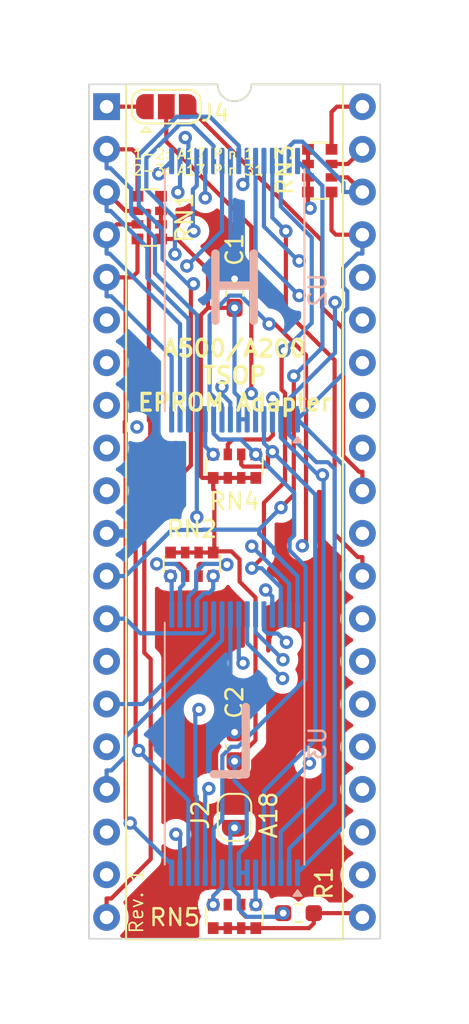
<source format=kicad_pcb>
(kicad_pcb (version 20240108) (generator "pcbnew") (generator_version "8.0")
  (layers (0 "F.Cu" signal) (1 "In1.Cu" signal) (2 "In2.Cu" signal) (31 "B.Cu" signal) (34 "B.Paste" user) (35 "F.Paste" user) (36 "B.SilkS" user "B.Silkscreen") (37 "F.SilkS" user "F.Silkscreen") (38 "B.Mask" user) (39 "F.Mask" user) (44 "Edge.Cuts" user))
  (net 0 "")
  (net 1 "GND")
  (net 2 "VCC")
  (net 3 "/A18")
  (net 5 "/A8")
  (net 6 "/A0")
  (net 7 "/A1")
  (net 8 "/A2")
  (net 9 "/A3")
  (net 10 "/A4")
  (net 11 "/A5")
  (net 12 "/A6")
  (net 13 "/A7")
  (net 14 "/A17")
  (net 15 "/A16")
  (net 16 "/A15")
  (net 17 "/A14")
  (net 18 "/A13")
  (net 19 "/A12")
  (net 20 "/A11")
  (net 21 "/A10")
  (net 22 "/A9")
  (net 23 "/D3-H")
  (net 24 "/D3-L")
  (net 25 "/D2-H")
  (net 26 "/D2-L")
  (net 27 "/D1-H")
  (net 28 "/D1-L")
  (net 29 "/D0-H")
  (net 30 "/D0-L")
  (net 31 "/~{OE}")
  (net 32 "/~{CE}")
  (net 33 "/D7-H")
  (net 34 "/D7-L")
  (net 35 "/D6-H")
  (net 36 "/D6-L")
  (net 37 "/D5-H")
  (net 38 "/D5-L")
  (net 39 "/D4-H")
  (net 40 "/D4-L")
  (net 41 "/SOCK_P31")
  (net 42 "/SOCK_P1")
  (footprint "Capacitor_SMD:C_0603_1608Metric_Pad1.08x0.95mm_HandSolder" (layer "F.Cu") (at 118.115 86.042 90)
    (property "Reference" "C1")
    (property "Value" "100nF")
  )
  (footprint "Jumper:SolderJumper-2_P1.3mm_Open_RoundedPad1.0x1.5mm" (layer "F.Cu") (at 118.11 117.236 90)
    (property "Reference" "J2")
    (property "Value" "A18 Selector")
  )
  (footprint "Package_DIP:DIP-40_W15.24mm" (layer "F.Cu") (at 110.49 74.93)
    (property "Reference" "U1" (hide yes))
    (property "Value" "27C400-A500")
  )
  (footprint "Capacitor_SMD:C_0603_1608Metric_Pad1.08x0.95mm_HandSolder" (layer "F.Cu") (at 118.115 113.0335 90)
    (property "Reference" "C2")
    (property "Value" "100nF")
  )
  (footprint "Jumper:SolderJumper-3_P1.3mm_Open_RoundedPad1.0x1.5mm" (layer "F.Cu") (at 114.046 74.93)
    (property "Reference" "J4")
    (property "Value" "A17 Selector")
  )
  (footprint "Resistor_SMD:R_Array_Convex_4x0612" (layer "F.Cu") (at 118.11 123.128 90)
    (property "Reference" "RN5")
    (property "Value" "4.7K")
  )
  (footprint "Resistor_SMD:R_0603_1608Metric_Pad0.98x0.95mm_HandSolder" (layer "F.Cu") (at 121.92 122.936)
    (property "Reference" "R1")
    (property "Value" "4.7K")
  )
  (footprint "Resistor_SMD:R_Array_Convex_4x0612" (layer "F.Cu") (at 115.57 102.17 -90)
    (property "Reference" "RN2")
    (property "Value" "4.7K")
  )
  (footprint "Resistor_SMD:R_Array_Convex_4x0612" (layer "F.Cu") (at 123.19 78.74 180)
    (property "Reference" "RN3")
    (property "Value" "4.7K")
  )
  (footprint "Resistor_SMD:R_Array_Convex_4x0612" (layer "F.Cu") (at 118.11 96.328 -90)
    (property "Reference" "RN4")
    (property "Value" "4.7K")
  )
  (footprint "Resistor_SMD:R_Array_Convex_4x0612" (layer "F.Cu") (at 113.03 81.534 180)
    (property "Reference" "RN1")
    (property "Value" "4.7K")
  )
  (footprint "Package_SO:TSOP-I-32_14.4x8mm_P0.5mm" (layer "B.Cu") (at 118.115 85.852 90)
    (property "Reference" "U2")
    (property "Value" "SST39SF040_TSOP")
  )
  (footprint "Package_SO:TSOP-I-32_14.4x8mm_P0.5mm" (layer "B.Cu") (at 118.115 112.8435 90)
    (property "Reference" "U3")
    (property "Value" "SST39SF040_TSOP")
  )
  (gr_line (start 126.79 73.6) (end 126.79 124.46) (stroke (width 0.1)) (layer "Edge.Cuts"))
  (gr_line (start 119.121 73.6) (end 126.79 73.6) (stroke (width 0.1)) (layer "Edge.Cuts"))
  (gr_line (start 126.79 124.46) (end 109.44 124.46) (stroke (width 0.1)) (layer "Edge.Cuts"))
  (gr_arc (start 119.121 73.6) (mid 118.11 74.611) (end 117.099 73.6) (stroke (width 0.1)) (layer "Edge.Cuts"))
  (gr_line (start 109.44 73.6) (end 117.099 73.6) (stroke (width 0.1)) (layer "Edge.Cuts"))
  (gr_line (start 109.44 124.46) (end 109.44 73.6) (stroke (width 0.1)) (layer "Edge.Cuts"))
  (gr_text "H" (at 118.115 85.852 -0) (layer "B.SilkS") (effects (font (size 4 4) (thickness 0.5)) (justify mirror)))
  (gr_text "L" (at 118.115 112.8435 -0) (layer "B.SilkS") (effects (font (size 4 4) (thickness 0.5)) (justify mirror)))
  (gr_text "A500/A200\nTSOP\nEPROM Adapter" (at 118.11 90.932 0) (layer "F.SilkS") (effects (font (size 1 1) (thickness 0.2) (bold yes))))
  (gr_text "A18" (at 120.142 117.094 90) (layer "F.SilkS") (effects (font (size 1 1))))
  (gr_text "1-2: A17 Pin 1\n2-3: A17 Pin 31" (at 112.014 78.232 0) (layer "F.SilkS") (effects (font (size 0.6 0.6) (thickness 0.1)) (justify left)))
  (gr_text "Rev. 1" (at 112.268 124.206 90) (layer "F.SilkS") (effects (font (size 0.8 0.8) (thickness 0.1)) (justify left)))
  (segment (start 118.115 112.171) (end 115.921 112.171) (width 0.25) (layer "F.Cu") (net 1))
  (segment (start 115.57 116.332) (end 115.57 112.522) (width 0.25) (layer "F.Cu") (net 1))
  (segment (start 118.11 116.586) (end 115.824 116.586) (width 0.25) (layer "F.Cu") (net 1))
  (segment (start 115.824 116.586) (end 115.57 116.332) (width 0.25) (layer "F.Cu") (net 1))
  (segment (start 115.921 112.171) (end 115.57 112.522) (width 0.25) (layer "F.Cu") (net 1))
  (via (at 118.115 112.171) (size 0.8) (drill 0.4) (layers "F.Cu" "B.Cu") (net 1))
  (via (at 118.115 85.1795) (size 0.8) (drill 0.4) (layers "F.Cu" "B.Cu") (net 1))
  (segment (start 117.865 84.9295) (end 118.115 85.1795) (width 0.25) (layer "B.Cu") (net 1))
  (segment (start 117.865 78.1645) (end 117.865 84.9295) (width 0.25) (layer "B.Cu") (net 1))
  (segment (start 117.865 111.921) (end 118.115 112.171) (width 0.25) (layer "B.Cu") (net 1))
  (segment (start 117.865 105.156) (end 117.865 111.921) (width 0.25) (layer "B.Cu") (net 1))
  (segment (start 118.7509 97.028) (end 118.51 97.028) (width 0.25) (layer "F.Cu") (net 2))
  (segment (start 119.3618 104.1504) (end 119.3618 112.6492) (width 0.25) (layer "F.Cu") (net 2))
  (segment (start 116.9097 97.7744) (end 116.84 97.7047) (width 0.25) (layer "F.Cu") (net 2))
  (segment (start 117.9312 101.4003) (end 118.4134 101.8825) (width 0.25) (layer "F.Cu") (net 2))
  (segment (start 118.4134 101.8825) (end 118.4134 103.202) (width 0.25) (layer "F.Cu") (net 2))
  (segment (start 122.552 123.828) (end 122.832 123.548) (width 0.25) (layer "F.Cu") (net 2))
  (segment (start 113.73 81.134) (end 113.73 80.264) (width 0.25) (layer "F.Cu") (net 2))
  (segment (start 115.17 101.47) (end 115.97 101.47) (width 0.25) (layer "F.Cu") (net 2))
  (segment (start 116.84 97.028) (end 117.1333 97.028) (width 0.25) (layer "F.Cu") (net 2))
  (segment (start 118.51 97.028) (end 117.71 97.028) (width 0.25) (layer "F.Cu") (net 2))
  (segment (start 122.8325 122.936) (end 125.476 122.936) (width 0.25) (layer "F.Cu") (net 2))
  (segment (start 114.6903 82.804) (end 114.4067 82.804) (width 0.25) (layer "F.Cu") (net 2))
  (segment (start 116.84 123.828) (end 117.71 123.828) (width 0.25) (layer "F.Cu") (net 2))
  (segment (start 116.5325 86.9045) (end 116.1064 87.3306) (width 0.25) (layer "F.Cu") (net 2))
  (segment (start 116.1064 96.9411) (end 116.1933 97.028) (width 0.25) (layer "F.Cu") (net 2))
  (segment (start 122.49 79.14) (end 122.49 80.01) (width 0.25) (layer "F.Cu") (net 2))
  (segment (start 116.5325 86.9045) (end 116.5325 84.6462) (width 0.25) (layer "F.Cu") (net 2))
  (segment (start 113.73 81.934) (end 113.73 82.5107) (width 0.25) (layer "F.Cu") (net 2))
  (segment (start 116.9097 101.4003) (end 117.9312 101.4003) (width 0.25) (layer "F.Cu") (net 2))
  (segment (start 116.84 97.028) (end 116.84 97.7047) (width 0.25) (layer "F.Cu") (net 2))
  (segment (start 119.38 123.828) (end 122.552 123.828) (width 0.25) (layer "F.Cu") (net 2))
  (segment (start 122.832 123.548) (end 122.832 122.936) (width 0.25) (layer "F.Cu") (net 2))
  (segment (start 113.73 82.804) (end 114.0684 82.804) (width 0.25) (layer "F.Cu") (net 2))
  (segment (start 122.6134 80.7801) (end 122.6134 80.9728) (width 0.25) (layer "F.Cu") (net 2))
  (segment (start 114.0684 82.804) (end 114.4067 82.804) (width 0.25) (layer "F.Cu") (net 2))
  (segment (start 115.97 101.47) (end 116.84 101.47) (width 0.25) (layer "F.Cu") (net 2))
  (segment (start 113.73 81.934) (end 113.73 81.134) (width 0.25) (layer "F.Cu") (net 2))
  (segment (start 114.3 101.47) (end 115.17 101.47) (width 0.25) (layer "F.Cu") (net 2))
  (segment (start 119.38 97.028) (end 119.0867 97.028) (width 0.25) (layer "F.Cu") (net 2))
  (segment (start 116.9097 101.4003) (end 116.9097 97.7744) (width 0.25) (layer "F.Cu") (net 2))
  (segment (start 117.71 123.828) (end 118.51 123.828) (width 0.25) (layer "F.Cu") (net 2))
  (segment (start 122.832 122.936) (end 122.8325 122.936) (width 0.25) (layer "F.Cu") (net 2))
  (segment (start 114.0684 82.804) (end 113.7751 82.5107) (width 0.25) (layer "F.Cu") (net 2))
  (segment (start 116.1064 87.3306) (end 116.1064 96.9411) (width 0.25) (layer "F.Cu") (net 2))
  (segment (start 117.71 97.028) (end 117.1333 97.028) (width 0.25) (layer "F.Cu") (net 2))
  (segment (start 122.49 77.47) (end 122.49 78.34) (width 0.25) (layer "F.Cu") (net 2))
  (segment (start 113.7751 82.5107) (end 113.73 82.5107) (width 0.25) (layer "F.Cu") (net 2))
  (segment (start 116.5325 84.6462) (end 114.6903 82.804) (width 0.25) (layer "F.Cu") (net 2))
  (segment (start 118.4134 103.202) (end 119.3618 104.1504) (width 0.25) (layer "F.Cu") (net 2))
  (segment (start 119.3618 112.6492) (end 118.115 113.896) (width 0.25) (layer "F.Cu") (net 2))
  (segment (start 122.49 78.34) (end 122.49 79.14) (width 0.25) (layer "F.Cu") (net 2))
  (segment (start 118.51 123.828) (end 119.38 123.828) (width 0.25) (layer "F.Cu") (net 2))
  (segment (start 116.84 97.028) (end 116.1933 97.028) (width 0.25) (layer "F.Cu") (net 2))
  (segment (start 125.476 122.936) (end 125.73 123.19) (width 0.25) (layer "F.Cu") (net 2))
  (segment (start 118.115 86.9045) (end 116.5325 86.9045) (width 0.25) (layer "F.Cu") (net 2))
  (segment (start 122.49 80.6567) (end 122.6134 80.7801) (width 0.25) (layer "F.Cu") (net 2))
  (segment (start 116.84 101.47) (end 116.9097 101.4003) (width 0.25) (layer "F.Cu") (net 2))
  (segment (start 122.49 80.01) (end 122.49 80.6567) (width 0.25) (layer "F.Cu") (net 2))
  (segment (start 118.7509 97.028) (end 119.0867 97.028) (width 0.25) (layer "F.Cu") (net 2))
  (via (at 118.115 86.9045) (size 0.8) (drill 0.4) (layers "F.Cu" "B.Cu") (net 2))
  (via (at 122.6134 80.9728) (size 0.8) (drill 0.4) (layers "F.Cu" "B.Cu") (net 2))
  (via (at 118.115 113.896) (size 0.8) (drill 0.4) (layers "F.Cu" "B.Cu") (net 2))
  (segment (start 118.365 92.203) (end 118.11 91.948) (width 0.25) (layer "B.Cu") (net 2))
  (segment (start 118.365 93.5395) (end 118.365 92.203) (width 0.25) (layer "B.Cu") (net 2))
  (segment (start 118.365 119.381) (end 118.835 118.911) (width 0.25) (layer "B.Cu") (net 2))
  (segment (start 118.11 115.062) (end 118.115 115.057) (width 0.25) (layer "B.Cu") (net 2))
  (segment (start 118.115 115.057) (end 118.115 113.896) (width 0.25) (layer "B.Cu") (net 2))
  (segment (start 118.11 86.9095) (end 118.115 86.9045) (width 0.25) (layer "B.Cu") (net 2))
  (segment (start 118.11 91.948) (end 118.11 86.9095) (width 0.25) (layer "B.Cu") (net 2))
  (segment (start 118.835 118.911) (end 118.835 115.787) (width 0.25) (layer "B.Cu") (net 2))
  (segment (start 118.865 93.5395) (end 118.365 93.5395) (width 0.25) (layer "B.Cu") (net 2))
  (segment (start 118.865 120.531) (end 118.365 120.531) (width 0.25) (layer "B.Cu") (net 2))
  (segment (start 118.835 115.787) (end 118.11 115.062) (width 0.25) (layer "B.Cu") (net 2))
  (segment (start 118.365 120.531) (end 118.365 119.381) (width 0.25) (layer "B.Cu") (net 2))
  (segment (start 120.899 123.0445) (end 120.79 123.153) (width 0.25) (layer "F.Cu") (net 3))
  (segment (start 118.51 122.878) (end 118.51 122.428) (width 0.25) (layer "F.Cu") (net 3))
  (segment (start 120.79 123.153) (end 118.785 123.153) (width 0.25) (layer "F.Cu") (net 3))
  (segment (start 120.899 123.0445) (end 121.0075 122.936) (width 0.25) (layer "F.Cu") (net 3))
  (segment (start 118.11 117.886) (end 118.11 117.856) (width 0.25) (layer "F.Cu") (net 3))
  (segment (start 118.785 123.153) (end 118.51 122.878) (width 0.25) (layer "F.Cu") (net 3))
  (segment (start 121.008 122.936) (end 120.899 123.0445) (width 0.25) (layer "F.Cu") (net 3))
  (via (at 121.008 122.936) (size 0.8) (drill 0.4) (layers "F.Cu" "B.Cu") (net 3))
  (via (at 118.11 117.856) (size 0.8) (drill 0.4) (layers "F.Cu" "B.Cu") (net 3))
  (via (at 117.3615 91.6211) (size 0.8) (drill 0.4) (layers "F.Cu" "B.Cu") (net 3))
  (segment (start 117.865 92.5447) (end 117.3615 92.0412) (width 0.25) (layer "B.Cu") (net 3))
  (segment (start 120.79 123.153) (end 121.008 122.936) (width 0.25) (layer "B.Cu") (net 3))
  (segment (start 117.865 93.5395) (end 117.865 92.5447) (width 0.25) (layer "B.Cu") (net 3))
  (segment (start 117.865 121.386) (end 118.364 121.885) (width 0.25) (layer "B.Cu") (net 3))
  (segment (start 118.11 117.856) (end 117.865 118.101) (width 0.25) (layer "B.Cu") (net 3))
  (segment (start 117.865 120.531) (end 117.865 121.386) (width 0.25) (layer "B.Cu") (net 3))
  (segment (start 117.865 118.101) (end 117.865 120.531) (width 0.25) (layer "B.Cu") (net 3))
  (segment (start 118.364 122.682) (end 118.835 123.153) (width 0.25) (layer "B.Cu") (net 3))
  (segment (start 118.364 121.885) (end 118.364 122.682) (width 0.25) (layer "B.Cu") (net 3))
  (segment (start 118.835 123.153) (end 120.79 123.153) (width 0.25) (layer "B.Cu") (net 3))
  (segment (start 117.3615 92.0412) (end 117.3615 91.6211) (width 0.25) (layer "B.Cu") (net 3))
  (segment (start 123.89 77.47) (end 123.89 75.246) (width 0.25) (layer "F.Cu") (net 5))
  (segment (start 124.206 74.93) (end 125.73 74.93) (width 0.25) (layer "F.Cu") (net 5))
  (segment (start 123.89 75.246) (end 124.206 74.93) (width 0.25) (layer "F.Cu") (net 5))
  (via (at 123.3479 96.8471) (size 0.8) (drill 0.4) (layers "F.Cu" "B.Cu") (net 5))
  (segment (start 123.4164 96.9156) (end 123.4164 115.5546) (width 0.25) (layer "B.Cu") (net 5))
  (segment (start 120.865 93.5395) (end 120.865 94.628) (width 0.25) (layer "B.Cu") (net 5))
  (segment (start 123.4164 115.5546) (end 120.865 118.106) (width 0.25) (layer "B.Cu") (net 5))
  (segment (start 123.3479 96.8471) (end 123.4164 96.9156) (width 0.25) (layer "B.Cu") (net 5))
  (segment (start 120.865 94.628) (end 123.0841 96.8471) (width 0.25) (layer "B.Cu") (net 5))
  (segment (start 123.0841 96.8471) (end 123.3479 96.8471) (width 0.25) (layer "B.Cu") (net 5))
  (segment (start 120.865 118.106) (end 120.865 120.531) (width 0.25) (layer "B.Cu") (net 5))
  (via (at 116.84 102.87) (size 0.8) (drill 0.4) (layers "F.Cu" "B.Cu") (net 6))
  (via (at 115.6939 82.3366) (size 0.8) (drill 0.4) (layers "F.Cu" "B.Cu") (net 6))
  (segment (start 115.865 105.156) (end 115.865 104.301) (width 0.25) (layer "B.Cu") (net 6))
  (segment (start 115.865 78.1645) (end 115.865 79.6278) (width 0.25) (layer "B.Cu") (net 6))
  (segment (start 115.865 104.301) (end 116.28 103.886) (width 0.25) (layer "B.Cu") (net 6))
  (segment (start 115.6287 82.2714) (end 115.6939 82.3366) (width 0.25) (layer "B.Cu") (net 6))
  (segment (start 116.586 103.886) (end 116.84 103.632) (width 0.25) (layer "B.Cu") (net 6))
  (segment (start 115.6287 79.8641) (end 115.6287 82.2714) (width 0.25) (layer "B.Cu") (net 6))
  (segment (start 116.84 103.632) (end 116.84 102.87) (width 0.25) (layer "B.Cu") (net 6))
  (segment (start 115.865 79.6278) (end 115.6287 79.8641) (width 0.25) (layer "B.Cu") (net 6))
  (segment (start 116.28 103.886) (end 116.586 103.886) (width 0.25) (layer "B.Cu") (net 6))
  (segment (start 116.041 102.145) (end 115.97 102.216) (width 0.25) (layer "F.Cu") (net 7))
  (segment (start 117.659 102.187) (end 117.617 102.145) (width 0.25) (layer "F.Cu") (net 7))
  (segment (start 115.97 102.216) (end 115.97 102.87) (width 0.25) (layer "F.Cu") (net 7))
  (segment (start 117.617 102.145) (end 116.041 102.145) (width 0.25) (layer "F.Cu") (net 7))
  (via (at 117.659 102.187) (size 0.8) (drill 0.4) (layers "F.Cu" "B.Cu") (net 7))
  (via (at 115.1757 76.7673) (size 0.8) (drill 0.4) (layers "F.Cu" "B.Cu") (net 7))
  (segment (start 115.365 78.1645) (end 115.365 76.9566) (width 0.25) (layer "B.Cu") (net 7))
  (segment (start 117.617 102.145) (end 117.659 102.187) (width 0.25) (layer "B.Cu") (net 7))
  (segment (start 115.365 104.091) (end 115.824 103.632) (width 0.25) (layer "B.Cu") (net 7))
  (segment (start 116.295 102.145) (end 117.617 102.145) (width 0.25) (layer "B.Cu") (net 7))
  (segment (start 115.365 105.156) (end 115.365 104.091) (width 0.25) (layer "B.Cu") (net 7))
  (segment (start 115.824 103.632) (end 115.824 102.616) (width 0.25) (layer "B.Cu") (net 7))
  (segment (start 115.824 102.616) (end 116.295 102.145) (width 0.25) (layer "B.Cu") (net 7))
  (segment (start 115.365 76.9566) (end 115.1757 76.7673) (width 0.25) (layer "B.Cu") (net 7))
  (segment (start 113.477 102.148) (end 113.48 102.145) (width 0.25) (layer "F.Cu") (net 8))
  (segment (start 115.17 102.47) (end 115.17 102.87) (width 0.25) (layer "F.Cu") (net 8))
  (segment (start 114.845 102.145) (end 115.17 102.47) (width 0.25) (layer "F.Cu") (net 8))
  (segment (start 113.48 102.145) (end 114.845 102.145) (width 0.25) (layer "F.Cu") (net 8))
  (via (at 113.477 102.148) (size 0.8) (drill 0.4) (layers "F.Cu" "B.Cu") (net 8))
  (via (at 114.7368 80.0278) (size 0.8) (drill 0.4) (layers "F.Cu" "B.Cu") (net 8))
  (segment (start 114.865 105.156) (end 114.865 103.575) (width 0.25) (layer "B.Cu") (net 8))
  (segment (start 115.062 102.607) (end 114.6 102.145) (width 0.25) (layer "B.Cu") (net 8))
  (segment (start 115.062 103.378) (end 115.062 102.607) (width 0.25) (layer "B.Cu") (net 8))
  (segment (start 113.48 102.145) (end 113.477 102.148) (width 0.25) (layer "B.Cu") (net 8))
  (segment (start 114.865 78.1645) (end 114.865 79.8996) (width 0.25) (layer "B.Cu") (net 8))
  (segment (start 114.865 103.575) (end 115.062 103.378) (width 0.25) (layer "B.Cu") (net 8))
  (segment (start 114.865 79.8996) (end 114.7368 80.0278) (width 0.25) (layer "B.Cu") (net 8))
  (segment (start 114.6 102.145) (end 113.48 102.145) (width 0.25) (layer "B.Cu") (net 8))
  (via (at 113.5995 78.93) (size 0.8) (drill 0.4) (layers "F.Cu" "B.Cu") (net 9))
  (via (at 114.3 102.87) (size 0.8) (drill 0.4) (layers "F.Cu" "B.Cu") (net 9))
  (segment (start 114.365 105.156) (end 114.365 102.935) (width 0.25) (layer "B.Cu") (net 9))
  (segment (start 113.5995 78.93) (end 114.365 78.1645) (width 0.25) (layer "B.Cu") (net 9))
  (segment (start 114.365 102.935) (end 114.3 102.87) (width 0.25) (layer "B.Cu") (net 9))
  (segment (start 112.014 85.09) (end 111.6251 85.09) (width 0.25) (layer "F.Cu") (net 10))
  (segment (start 112.33 84.774) (end 112.014 85.09) (width 0.25) (layer "F.Cu") (net 10))
  (segment (start 111.6251 93.643) (end 111.5718 93.6963) (width 0.25) (layer "F.Cu") (net 10))
  (segment (start 111.5718 94.2981) (end 111.6251 94.3514) (width 0.25) (layer "F.Cu") (net 10))
  (segment (start 111.5718 93.6963) (end 111.5718 94.2981) (width 0.25) (layer "F.Cu") (net 10))
  (segment (start 111.6251 85.09) (end 111.6251 93.643) (width 0.25) (layer "F.Cu") (net 10))
  (segment (start 111.6251 94.3514) (end 111.6251 117.3013) (width 0.25) (layer "F.Cu") (net 10))
  (segment (start 112.33 82.804) (end 112.33 84.774) (width 0.25) (layer "F.Cu") (net 10))
  (segment (start 111.6251 85.09) (end 110.49 85.09) (width 0.25) (layer "F.Cu") (net 10))
  (segment (start 111.6251 117.3013) (end 111.8968 117.573) (width 0.25) (layer "F.Cu") (net 10))
  (via (at 111.8968 117.573) (size 0.8) (drill 0.4) (layers "F.Cu" "B.Cu") (net 10))
  (segment (start 110.49 85.09) (end 110.49 86.2167) (width 0.25) (layer "B.Cu") (net 10))
  (segment (start 114.365 89.81) (end 114.365 93.5395) (width 0.25) (layer "B.Cu") (net 10))
  (segment (start 110.7717 86.2167) (end 114.365 89.81) (width 0.25) (layer "B.Cu") (net 10))
  (segment (start 114.365 120.531) (end 114.365 120.0412) (width 0.25) (layer "B.Cu") (net 10))
  (segment (start 114.365 120.0412) (end 111.8968 117.573) (width 0.25) (layer "B.Cu") (net 10))
  (segment (start 110.49 86.2167) (end 110.7717 86.2167) (width 0.25) (layer "B.Cu") (net 10))
  (segment (start 112.33 81.934) (end 111.106 81.934) (width 0.25) (layer "F.Cu") (net 11))
  (segment (start 111.106 81.934) (end 110.49 82.55) (width 0.25) (layer "F.Cu") (net 11))
  (via (at 114.6187 118.2386) (size 0.8) (drill 0.4) (layers "F.Cu" "B.Cu") (net 11))
  (segment (start 110.49 82.55) (end 110.49 83.6767) (width 0.25) (layer "B.Cu") (net 11))
  (segment (start 114.865 120.531) (end 114.865 118.4849) (width 0.25) (layer "B.Cu") (net 11))
  (segment (start 110.6702 83.6767) (end 114.865 87.8715) (width 0.25) (layer "B.Cu") (net 11))
  (segment (start 114.865 87.8715) (end 114.865 93.5395) (width 0.25) (layer "B.Cu") (net 11))
  (segment (start 114.865 118.4849) (end 114.6187 118.2386) (width 0.25) (layer "B.Cu") (net 11))
  (segment (start 110.49 83.6767) (end 110.6702 83.6767) (width 0.25) (layer "B.Cu") (net 11))
  (segment (start 113.0889 93.6931) (end 113.0889 94.5769) (width 0.25) (layer "F.Cu") (net 12))
  (segment (start 112.33 81.134) (end 111.614 81.134) (width 0.25) (layer "F.Cu") (net 12))
  (segment (start 113.0067 93.6109) (end 113.0889 93.6931) (width 0.25) (layer "F.Cu") (net 12))
  (segment (start 113.0067 81.134) (end 113.0067 93.6109) (width 0.25) (layer "F.Cu") (net 12))
  (segment (start 113.0889 94.5769) (end 112.2198 95.446) (width 0.25) (layer "F.Cu") (net 12))
  (segment (start 112.33 81.134) (end 113.0067 81.134) (width 0.25) (layer "F.Cu") (net 12))
  (segment (start 112.2198 113.0795) (end 112.3916 113.2513) (width 0.25) (layer "F.Cu") (net 12))
  (segment (start 111.614 81.134) (end 110.49 80.01) (width 0.25) (layer "F.Cu") (net 12))
  (segment (start 112.2198 95.446) (end 112.2198 113.0795) (width 0.25) (layer "F.Cu") (net 12))
  (via (at 112.3916 113.2513) (size 0.8) (drill 0.4) (layers "F.Cu" "B.Cu") (net 12))
  (segment (start 112.9188 83.3255) (end 112.9188 85.1231) (width 0.25) (layer "B.Cu") (net 12))
  (segment (start 110.73 81.1367) (end 112.9188 83.3255) (width 0.25) (layer "B.Cu") (net 12))
  (segment (start 112.9188 85.1231) (end 115.365 87.5693) (width 0.25) (layer "B.Cu") (net 12))
  (segment (start 115.365 87.5693) (end 115.365 93.5395) (width 0.25) (layer "B.Cu") (net 12))
  (segment (start 110.49 81.1367) (end 110.73 81.1367) (width 0.25) (layer "B.Cu") (net 12))
  (segment (start 115.365 116.2247) (end 115.365 120.531) (width 0.25) (layer "B.Cu") (net 12))
  (segment (start 112.3916 113.2513) (end 115.365 116.2247) (width 0.25) (layer "B.Cu") (net 12))
  (segment (start 110.49 80.01) (end 110.49 81.1367) (width 0.25) (layer "B.Cu") (net 12))
  (segment (start 112.33 80.264) (end 112.33 77.786) (width 0.25) (layer "F.Cu") (net 13))
  (segment (start 112.014 77.47) (end 110.49 77.47) (width 0.25) (layer "F.Cu") (net 13))
  (segment (start 112.33 77.786) (end 112.014 77.47) (width 0.25) (layer "F.Cu") (net 13))
  (via (at 115.865 99.3567) (size 0.8) (drill 0.4) (layers "F.Cu" "B.Cu") (net 13))
  (via (at 115.992 110.813) (size 0.8) (drill 0.4) (layers "F.Cu" "B.Cu") (net 13))
  (segment (start 115.865 115.989) (end 115.865 120.531) (width 0.25) (layer "B.Cu") (net 13))
  (segment (start 115.7758 111.0292) (end 115.7758 115.8998) (width 0.25) (layer "B.Cu") (net 13))
  (segment (start 113.3705 84.8232) (end 115.865 87.3177) (width 0.25) (layer "B.Cu") (net 13))
  (segment (start 115.865 87.3177) (end 115.865 93.5395) (width 0.25) (layer "B.Cu") (net 13))
  (segment (start 110.49 77.47) (end 110.49 78.5967) (width 0.25) (layer "B.Cu") (net 13))
  (segment (start 111.955 79.8254) (end 111.955 81.3135) (width 0.25) (layer "B.Cu") (net 13))
  (segment (start 113.3705 82.729) (end 113.3705 84.8232) (width 0.25) (layer "B.Cu") (net 13))
  (segment (start 115.992 110.813) (end 115.7758 111.0292) (width 0.25) (layer "B.Cu") (net 13))
  (segment (start 111.955 81.3135) (end 113.3705 82.729) (width 0.25) (layer "B.Cu") (net 13))
  (segment (start 110.7263 78.5967) (end 111.955 79.8254) (width 0.25) (layer "B.Cu") (net 13))
  (segment (start 110.49 78.5967) (end 110.7263 78.5967) (width 0.25) (layer "B.Cu") (net 13))
  (segment (start 115.7758 115.8998) (end 115.865 115.989) (width 0.25) (layer "B.Cu") (net 13))
  (segment (start 115.865 93.5395) (end 115.865 99.3567) (width 0.25) (layer "B.Cu") (net 13))
  (segment (start 114.046 74.93) (end 114.046 76.0067) (width 0.25) (layer "F.Cu") (net 14))
  (segment (start 119.111 92.0035) (end 119.111 82.0734) (width 0.25) (layer "F.Cu") (net 14))
  (segment (start 114.046 77.0084) (end 114.046 76.0067) (width 0.25) (layer "F.Cu") (net 14))
  (segment (start 119.111 82.0734) (end 114.046 77.0084) (width 0.25) (layer "F.Cu") (net 14))
  (via (at 119.38 122.428) (size 0.8) (drill 0.4) (layers "F.Cu" "B.Cu") (net 14))
  (via (at 119.111 92.0035) (size 0.8) (drill 0.4) (layers "F.Cu" "B.Cu") (net 14))
  (segment (start 119.365 122.413) (end 119.38 122.428) (width 0.25) (layer "B.Cu") (net 14))
  (segment (start 119.365 92.2575) (end 119.111 92.0035) (width 0.25) (layer "B.Cu") (net 14))
  (segment (start 119.365 93.5395) (end 119.365 92.2575) (width 0.25) (layer "B.Cu") (net 14))
  (segment (start 119.365 120.531) (end 119.365 122.413) (width 0.25) (layer "B.Cu") (net 14))
  (segment (start 120.1713 87.8635) (end 120.5179 87.8635) (width 0.25) (layer "F.Cu") (net 15))
  (segment (start 122.368 89.7136) (end 122.368 100.8531) (width 0.25) (layer "F.Cu") (net 15))
  (segment (start 120.5179 87.8635) (end 122.368 89.7136) (width 0.25) (layer "F.Cu") (net 15))
  (segment (start 122.368 100.8531) (end 122.1516 101.0695) (width 0.25) (layer "F.Cu") (net 15))
  (via (at 116.84 122.428) (size 0.8) (drill 0.4) (layers "F.Cu" "B.Cu") (net 15))
  (via (at 120.1713 87.8635) (size 0.8) (drill 0.4) (layers "F.Cu" "B.Cu") (net 15))
  (via (at 122.1516 101.0695) (size 0.8) (drill 0.4) (layers "F.Cu" "B.Cu") (net 15))
  (segment (start 116.84 121.92) (end 116.84 122.428) (width 0.25) (layer "B.Cu") (net 15))
  (segment (start 117.365 120.531) (end 117.365 121.386) (width 0.25) (layer "B.Cu") (net 15))
  (segment (start 120.1713 87.8635) (end 118.4851 86.1773) (width 0.25) (layer "B.Cu") (net 15))
  (segment (start 117.8111 86.1773) (end 116.6281 87.3603) (width 0.25) (layer "B.Cu") (net 15))
  (segment (start 117.342 93.5165) (end 117.365 93.5395) (width 0.25) (layer "B.Cu") (net 15))
  (segment (start 117.094 121.666) (end 116.84 121.92) (width 0.25) (layer "B.Cu") (net 15))
  (segment (start 116.6281 87.3603) (end 116.6281 91.9681) (width 0.25) (layer "B.Cu") (net 15))
  (segment (start 117.342 92.6605) (end 117.342 93.5165) (width 0.25) (layer "B.Cu") (net 15))
  (segment (start 116.6281 91.9681) (end 117.085 92.425) (width 0.25) (layer "B.Cu") (net 15))
  (segment (start 117.085 92.425) (end 117.1065 92.425) (width 0.25) (layer "B.Cu") (net 15))
  (segment (start 117.094 121.657) (end 117.094 121.666) (width 0.25) (layer "B.Cu") (net 15))
  (segment (start 118.4851 86.1773) (end 117.8111 86.1773) (width 0.25) (layer "B.Cu") (net 15))
  (segment (start 117.1065 92.425) (end 117.342 92.6605) (width 0.25) (layer "B.Cu") (net 15))
  (segment (start 117.365 121.386) (end 117.094 121.657) (width 0.25) (layer "B.Cu") (net 15))
  (via (at 119.38 95.628) (size 0.8) (drill 0.4) (layers "F.Cu" "B.Cu") (net 16))
  (segment (start 118.494 94.742) (end 119.38 95.628) (width 0.25) (layer "B.Cu") (net 16))
  (segment (start 116.865 117.8954) (end 116.865 120.531) (width 0.25) (layer "B.Cu") (net 16))
  (segment (start 121.3914 100.7194) (end 121.3914 101.3415) (width 0.25) (layer "B.Cu") (net 16))
  (segment (start 121.6652 100.4456) (end 121.3914 100.7194) (width 0.25) (layer "B.Cu") (net 16))
  (segment (start 119.38 95.628) (end 121.6652 97.9132) (width 0.25) (layer "B.Cu") (net 16))
  (segment (start 122.3422 109.0097) (end 118.3184 113.0335) (width 0.25) (layer "B.Cu") (net 16))
  (segment (start 117.9159 113.0335) (end 117.3848 113.5646) (width 0.25) (layer "B.Cu") (net 16))
  (segment (start 117.3848 117.3756) (end 116.865 117.8954) (width 0.25) (layer "B.Cu") (net 16))
  (segment (start 122.3422 102.2923) (end 122.3422 109.0097) (width 0.25) (layer "B.Cu") (net 16))
  (segment (start 116.865 94.3948) (end 117.212 94.742) (width 0.25) (layer "B.Cu") (net 16))
  (segment (start 117.3848 113.5646) (end 117.3848 117.3756) (width 0.25) (layer "B.Cu") (net 16))
  (segment (start 121.3914 101.3415) (end 122.3422 102.2923) (width 0.25) (layer "B.Cu") (net 16))
  (segment (start 121.6652 97.9132) (end 121.6652 100.4456) (width 0.25) (layer "B.Cu") (net 16))
  (segment (start 118.3184 113.0335) (end 117.9159 113.0335) (width 0.25) (layer "B.Cu") (net 16))
  (segment (start 117.212 94.742) (end 118.494 94.742) (width 0.25) (layer "B.Cu") (net 16))
  (segment (start 116.865 93.5395) (end 116.865 94.3948) (width 0.25) (layer "B.Cu") (net 16))
  (segment (start 120.367 95.4674) (end 120.105 95.7294) (width 0.25) (layer "F.Cu") (net 17))
  (segment (start 119.975 96.353) (end 118.635 96.353) (width 0.25) (layer "F.Cu") (net 17))
  (segment (start 120.105 96.223) (end 119.975 96.353) (width 0.25) (layer "F.Cu") (net 17))
  (segment (start 118.51 96.228) (end 118.51 95.628) (width 0.25) (layer "F.Cu") (net 17))
  (segment (start 120.105 95.7294) (end 120.105 96.223) (width 0.25) (layer "F.Cu") (net 17))
  (segment (start 118.635 96.353) (end 118.51 96.228) (width 0.25) (layer "F.Cu") (net 17))
  (via (at 120.367 95.4674) (size 0.8) (drill 0.4) (layers "F.Cu" "B.Cu") (net 17))
  (segment (start 119.865 93.5395) (end 119.865 94.9654) (width 0.25) (layer "B.Cu") (net 17))
  (segment (start 119.865 94.9654) (end 120.367 95.4674) (width 0.25) (layer "B.Cu") (net 17))
  (segment (start 119.865 115.6752) (end 119.865 120.531) (width 0.25) (layer "B.Cu") (net 17))
  (segment (start 122.9198 112.6204) (end 119.865 115.6752) (width 0.25) (layer "B.Cu") (net 17))
  (segment (start 120.367 95.4674) (end 122.9198 98.0202) (width 0.25) (layer "B.Cu") (net 17))
  (segment (start 122.9198 98.0202) (end 122.9198 112.6204) (width 0.25) (layer "B.Cu") (net 17))
  (segment (start 120.142 94.742) (end 120.396 94.488) (width 0.25) (layer "F.Cu") (net 18))
  (segment (start 117.71 95.028) (end 117.996 94.742) (width 0.25) (layer "F.Cu") (net 18))
  (segment (start 120.396 94.488) (end 120.396 92.2838) (width 0.25) (layer "F.Cu") (net 18))
  (segment (start 117.71 95.628) (end 117.71 95.028) (width 0.25) (layer "F.Cu") (net 18))
  (segment (start 117.996 94.742) (end 120.142 94.742) (width 0.25) (layer "F.Cu") (net 18))
  (segment (start 120.396 92.2838) (end 120.393 92.2807) (width 0.25) (layer "F.Cu") (net 18))
  (via (at 120.393 92.2807) (size 0.8) (drill 0.4) (layers "F.Cu" "B.Cu") (net 18))
  (via (at 122.5757 114.0098) (size 0.8) (drill 0.4) (layers "F.Cu" "B.Cu") (net 18))
  (segment (start 120.393 92.2807) (end 120.365 92.3085) (width 0.25) (layer "B.Cu") (net 18))
  (segment (start 120.365 92.3085) (end 120.365 93.5395) (width 0.25) (layer "B.Cu") (net 18))
  (segment (start 120.365 120.531) (end 120.365 116.2205) (width 0.25) (layer "B.Cu") (net 18))
  (segment (start 120.365 116.2205) (end 122.5757 114.0098) (width 0.25) (layer "B.Cu") (net 18))
  (via (at 116.84 95.628) (size 0.8) (drill 0.4) (layers "F.Cu" "B.Cu") (net 19))
  (via (at 116.5821 115.5188) (size 0.8) (drill 0.4) (layers "F.Cu" "B.Cu") (net 19))
  (segment (start 116.365 93.5395) (end 116.365 95.153) (width 0.25) (layer "B.Cu") (net 19))
  (segment (start 116.365 120.531) (end 116.365 115.7359) (width 0.25) (layer "B.Cu") (net 19))
  (segment (start 116.365 115.7359) (end 116.5821 115.5188) (width 0.25) (layer "B.Cu") (net 19))
  (segment (start 116.365 95.153) (end 116.84 95.628) (width 0.25) (layer "B.Cu") (net 19))
  (segment (start 123.89 82.296) (end 123.89 80.01) (width 0.25) (layer "F.Cu") (net 20))
  (segment (start 124.144 82.55) (end 123.89 82.296) (width 0.25) (layer "F.Cu") (net 20))
  (segment (start 125.73 82.55) (end 124.144 82.55) (width 0.25) (layer "F.Cu") (net 20))
  (segment (start 124.5867 87.1783) (end 124.8283 86.9367) (width 0.25) (layer "B.Cu") (net 20))
  (segment (start 124.5867 90.8178) (end 124.5867 87.1783) (width 0.25) (layer "B.Cu") (net 20))
  (segment (start 125.4483 83.6767) (end 125.73 83.6767) (width 0.25) (layer "B.Cu") (net 20))
  (segment (start 121.865 93.5395) (end 124.5867 90.8178) (width 0.25) (layer "B.Cu") (net 20))
  (segment (start 124.5867 84.5383) (end 125.4483 83.6767) (width 0.25) (layer "B.Cu") (net 20))
  (segment (start 121.865 120.531) (end 124.5897 117.8063) (width 0.25) (layer "B.Cu") (net 20))
  (segment (start 124.8283 86.9367) (end 124.8283 85.9204) (width 0.25) (layer "B.Cu") (net 20))
  (segment (start 124.5867 85.6788) (end 124.5867 84.5383) (width 0.25) (layer "B.Cu") (net 20))
  (segment (start 124.5897 96.2642) (end 121.865 93.5395) (width 0.25) (layer "B.Cu") (net 20))
  (segment (start 124.5897 117.8063) (end 124.5897 96.2642) (width 0.25) (layer "B.Cu") (net 20))
  (segment (start 124.8283 85.9204) (end 124.5867 85.6788) (width 0.25) (layer "B.Cu") (net 20))
  (segment (start 125.73 82.55) (end 125.73 83.6767) (width 0.25) (layer "B.Cu") (net 20))
  (segment (start 124.86 79.14) (end 125.73 80.01) (width 0.25) (layer "F.Cu") (net 21))
  (segment (start 123.89 79.14) (end 124.86 79.14) (width 0.25) (layer "F.Cu") (net 21))
  (via (at 119.1372 101.0938) (size 0.8) (drill 0.4) (layers "F.Cu" "B.Cu") (net 21))
  (segment (start 121.365 77.3063) (end 121.6611 77.0102) (width 0.25) (layer "B.Cu") (net 21))
  (segment (start 121.365 78.1645) (end 121.365 77.3063) (width 0.25) (layer "B.Cu") (net 21))
  (segment (start 122.1513 77.0102) (end 124.6033 79.4622) (width 0.25) (layer "B.Cu") (net 21))
  (segment (start 121.6611 77.0102) (end 122.1513 77.0102) (width 0.25) (layer "B.Cu") (net 21))
  (segment (start 121.365 103.3216) (end 119.1372 101.0938) (width 0.25) (layer "B.Cu") (net 21))
  (segment (start 124.6033 79.4622) (end 124.6033 80.01) (width 0.25) (layer "B.Cu") (net 21))
  (segment (start 121.365 105.156) (end 121.365 103.3216) (width 0.25) (layer "B.Cu") (net 21))
  (segment (start 125.73 80.01) (end 124.6033 80.01) (width 0.25) (layer "B.Cu") (net 21))
  (segment (start 124.86 78.34) (end 125.73 77.47) (width 0.25) (layer "F.Cu") (net 22))
  (segment (start 123.89 78.34) (end 124.86 78.34) (width 0.25) (layer "F.Cu") (net 22))
  (via (at 124.0945 86.5828) (size 0.8) (drill 0.4) (layers "F.Cu" "B.Cu") (net 22))
  (segment (start 124.0761 116.3863) (end 124.0761 96.4981) (width 0.25) (layer "B.Cu") (net 22))
  (segment (start 124.0945 89.5834) (end 121.365 92.3129) (width 0.25) (layer "B.Cu") (net 22))
  (segment (start 121.365 92.3129) (end 121.365 93.5395) (width 0.25) (layer "B.Cu") (net 22))
  (segment (start 122.9912 96.0925) (end 121.365 94.4663) (width 0.25) (layer "B.Cu") (net 22))
  (segment (start 121.365 119.0974) (end 124.0761 116.3863) (width 0.25) (layer "B.Cu") (net 22))
  (segment (start 124.0945 86.5828) (end 124.0945 89.5834) (width 0.25) (layer "B.Cu") (net 22))
  (segment (start 121.365 94.4663) (end 121.365 93.5395) (width 0.25) (layer "B.Cu") (net 22))
  (segment (start 124.0761 96.4981) (end 123.6705 96.0925) (width 0.25) (layer "B.Cu") (net 22))
  (segment (start 123.6705 96.0925) (end 122.9912 96.0925) (width 0.25) (layer "B.Cu") (net 22))
  (segment (start 121.365 120.531) (end 121.365 119.0974) (width 0.25) (layer "B.Cu") (net 22))
  (segment (start 113.1193 119.7157) (end 113.1193 107.8156) (width 0.25) (layer "F.Cu") (net 23))
  (segment (start 115.5118 85.6254) (end 115.6631 85.4741) (width 0.25) (layer "F.Cu") (net 23))
  (segment (start 112.7375 107.4338) (end 112.7375 99.0575) (width 0.25) (layer "F.Cu") (net 23))
  (segment (start 115.5118 96.2832) (end 115.5118 85.6254) (width 0.25) (layer "F.Cu") (net 23))
  (segment (start 110.49 123.19) (end 110.49 122.0633) (width 0.25) (layer "F.Cu") (net 23))
  (segment (start 110.49 122.0633) (end 110.7717 122.0633) (width 0.25) (layer "F.Cu") (net 23))
  (segment (start 110.7717 122.0633) (end 113.1193 119.7157) (width 0.25) (layer "F.Cu") (net 23))
  (segment (start 113.1193 107.8156) (end 112.7375 107.4338) (width 0.25) (layer "F.Cu") (net 23))
  (segment (start 112.7375 99.0575) (end 115.5118 96.2832) (width 0.25) (layer "F.Cu") (net 23))
  (via (at 115.6631 85.4741) (size 0.8) (drill 0.4) (layers "F.Cu" "B.Cu") (net 23))
  (segment (start 116.6435 75.5282) (end 114.6736 75.5282) (width 0.25) (layer "B.Cu") (net 23))
  (segment (start 112.4067 77.7951) (end 112.4067 80.8061) (width 0.25) (layer "B.Cu") (net 23))
  (segment (start 112.4067 80.8061) (end 113.8222 82.2216) (width 0.25) (layer "B.Cu") (net 23))
  (segment (start 113.8222 82.2216) (end 113.8222 83.9953) (width 0.25) (layer "B.Cu") (net 23))
  (segment (start 114.6736 75.5282) (end 112.4067 77.7951) (width 0.25) (layer "B.Cu") (net 23))
  (segment (start 118.365 77.2497) (end 116.6435 75.5282) (width 0.25) (layer "B.Cu") (net 23))
  (segment (start 113.8222 83.9953) (end 115.301 85.4741) (width 0.25) (layer "B.Cu") (net 23))
  (segment (start 118.365 78.1645) (end 118.365 77.2497) (width 0.25) (layer "B.Cu") (net 23))
  (segment (start 115.301 85.4741) (end 115.6631 85.4741) (width 0.25) (layer "B.Cu") (net 23))
  (via (at 118.6178 108.0503) (size 0.8) (drill 0.4) (layers "F.Cu" "B.Cu") (net 24))
  (segment (start 118.365 107.7975) (end 118.6178 108.0503) (width 0.25) (layer "B.Cu") (net 24))
  (segment (start 118.365 105.156) (end 118.365 107.7975) (width 0.25) (layer "B.Cu") (net 24))
  (via (at 115.271 84.4124) (size 0.8) (drill 0.4) (layers "F.Cu" "B.Cu") (net 25))
  (segment (start 117.365 78.1645) (end 117.365 82.3184) (width 0.25) (layer "B.Cu") (net 25))
  (segment (start 117.365 82.3184) (end 115.271 84.4124) (width 0.25) (layer "B.Cu") (net 25))
  (segment (start 111.6167 112.4481) (end 111.6167 113.5984) (width 0.25) (layer "B.Cu") (net 26))
  (segment (start 117.365 106.6998) (end 111.6167 112.4481) (width 0.25) (layer "B.Cu") (net 26))
  (segment (start 117.365 105.156) (end 117.365 106.6998) (width 0.25) (layer "B.Cu") (net 26))
  (segment (start 110.49 115.57) (end 110.49 114.4433) (width 0.25) (layer "B.Cu") (net 26))
  (segment (start 110.7718 114.4433) (end 110.49 114.4433) (width 0.25) (layer "B.Cu") (net 26))
  (segment (start 111.6167 113.5984) (end 110.7718 114.4433) (width 0.25) (layer "B.Cu") (net 26))
  (via (at 114.5606 83.7059) (size 0.8) (drill 0.4) (layers "F.Cu" "B.Cu") (net 27))
  (segment (start 116.865 78.1645) (end 116.865 77.2671) (width 0.25) (layer "B.Cu") (net 27))
  (segment (start 114.5606 81.5579) (end 114.5606 83.7059) (width 0.25) (layer "B.Cu") (net 27))
  (segment (start 112.8584 79.8557) (end 114.5606 81.5579) (width 0.25) (layer "B.Cu") (net 27))
  (segment (start 112.8584 77.9822) (end 112.8584 79.8557) (width 0.25) (layer "B.Cu") (net 27))
  (segment (start 115.5778 75.9799) (end 114.8607 75.9799) (width 0.25) (layer "B.Cu") (net 27))
  (segment (start 116.865 77.2671) (end 115.5778 75.9799) (width 0.25) (layer "B.Cu") (net 27))
  (segment (start 114.8607 75.9799) (end 112.8584 77.9822) (width 0.25) (layer "B.Cu") (net 27))
  (segment (start 110.49 110.49) (end 111.6167 110.49) (width 0.25) (layer "B.Cu") (net 28))
  (segment (start 112.6338 110.49) (end 111.6167 110.49) (width 0.25) (layer "B.Cu") (net 28))
  (segment (start 116.865 106.2588) (end 112.6338 110.49) (width 0.25) (layer "B.Cu") (net 28))
  (segment (start 116.865 105.156) (end 116.865 106.2588) (width 0.25) (layer "B.Cu") (net 28))
  (via (at 116.365 80.3551) (size 0.8) (drill 0.4) (layers "F.Cu" "B.Cu") (net 29))
  (via (at 112.2985 93.9972) (size 0.8) (drill 0.4) (layers "F.Cu" "B.Cu") (net 29))
  (segment (start 116.365 78.1645) (end 116.365 80.3551) (width 0.25) (layer "B.Cu") (net 29))
  (segment (start 112.4853 106.2786) (end 116.2032 106.2786) (width 0.25) (layer "B.Cu") (net 30))
  (segment (start 116.2032 106.2786) (end 116.365 106.1168) (width 0.25) (layer "B.Cu") (net 30))
  (segment (start 110.49 105.41) (end 111.6167 105.41) (width 0.25) (layer "B.Cu") (net 30))
  (segment (start 116.365 106.1168) (end 116.365 105.156) (width 0.25) (layer "B.Cu") (net 30))
  (segment (start 111.6167 105.41) (end 112.4853 106.2786) (width 0.25) (layer "B.Cu") (net 30))
  (segment (start 121.6413 90.9643) (end 121.6413 98.0299) (width 0.25) (layer "F.Cu") (net 31))
  (segment (start 121.6413 98.0299) (end 120.8782 98.793) (width 0.25) (layer "F.Cu") (net 31))
  (via (at 121.6413 90.9643) (size 0.8) (drill 0.4) (layers "F.Cu" "B.Cu") (net 31))
  (via (at 120.8782 98.793) (size 0.8) (drill 0.4) (layers "F.Cu" "B.Cu") (net 31))
  (segment (start 120.4609 101.4757) (end 121.865 102.8798) (width 0.25) (layer "B.Cu") (net 31))
  (segment (start 114.3612 100.1255) (end 111.6167 102.87) (width 0.25) (layer "B.Cu") (net 31))
  (segment (start 121.865 102.8798) (end 121.865 105.156) (width 0.25) (layer "B.Cu") (net 31))
  (segment (start 119.5636 100.1076) (end 119.5635 100.1076) (width 0.25) (layer "B.Cu") (net 31))
  (segment (start 119.5793 100.1234) (end 119.5793 100.3545) (width 0.25) (layer "B.Cu") (net 31))
  (segment (start 123.348 79.6475) (end 123.348 89.2576) (width 0.25) (layer "B.Cu") (net 31))
  (segment (start 121.865 78.1645) (end 123.348 79.6475) (width 0.25) (layer "B.Cu") (net 31))
  (segment (start 110.49 102.87) (end 111.6167 102.87) (width 0.25) (layer "B.Cu") (net 31))
  (segment (start 123.348 89.2576) (end 121.6413 90.9643) (width 0.25) (layer "B.Cu") (net 31))
  (segment (start 119.5793 100.3545) (end 120.4609 101.2361) (width 0.25) (layer "B.Cu") (net 31))
  (segment (start 119.5636 100.1076) (end 119.5793 100.1234) (width 0.25) (layer "B.Cu") (net 31))
  (segment (start 120.4609 101.2361) (end 120.4609 101.4757) (width 0.25) (layer "B.Cu") (net 31))
  (segment (start 116.226 100.1076) (end 116.2081 100.1255) (width 0.25) (layer "B.Cu") (net 31))
  (segment (start 119.5636 100.1076) (end 120.8782 98.793) (width 0.25) (layer "B.Cu") (net 31))
  (segment (start 116.2081 100.1255) (end 114.3612 100.1255) (width 0.25) (layer "B.Cu") (net 31))
  (segment (start 119.5635 100.1076) (end 116.226 100.1076) (width 0.25) (layer "B.Cu") (net 31))
  (segment (start 121.1197 97.2513) (end 119.864 98.507) (width 0.25) (layer "F.Cu") (net 32))
  (segment (start 119.864 98.507) (end 119.864 101.6787) (width 0.25) (layer "F.Cu") (net 32))
  (segment (start 119.864 101.6787) (end 119.1401 102.4026) (width 0.25) (layer "F.Cu") (net 32))
  (segment (start 121.1197 91.9796) (end 121.1197 97.2513) (width 0.25) (layer "F.Cu") (net 32))
  (segment (start 121.0627 89.4521) (end 120.9145 89.6003) (width 0.25) (layer "F.Cu") (net 32))
  (segment (start 120.9145 89.6003) (end 120.9145 91.7744) (width 0.25) (layer "F.Cu") (net 32))
  (segment (start 120.9145 91.7744) (end 121.1197 91.9796) (width 0.25) (layer "F.Cu") (net 32))
  (via (at 119.1401 102.4026) (size 0.8) (drill 0.4) (layers "F.Cu" "B.Cu") (net 32))
  (via (at 121.0627 89.4521) (size 0.8) (drill 0.4) (layers "F.Cu" "B.Cu") (net 32))
  (segment (start 120.865 80.8686) (end 122.7096 82.7132) (width 0.25) (layer "B.Cu") (net 32))
  (segment (start 120.865 78.1645) (end 120.865 80.8686) (width 0.25) (layer "B.Cu") (net 32))
  (segment (start 122.7096 82.7132) (end 122.7096 87.8052) (width 0.25) (layer "B.Cu") (net 32))
  (segment (start 122.7096 87.8052) (end 121.0627 89.4521) (width 0.25) (layer "B.Cu") (net 32))
  (segment (start 120.865 105.156) (end 120.865 103.5425) (width 0.25) (layer "B.Cu") (net 32))
  (segment (start 120.865 103.5425) (end 119.7251 102.4026) (width 0.25) (layer "B.Cu") (net 32))
  (segment (start 119.7251 102.4026) (end 119.1401 102.4026) (width 0.25) (layer "B.Cu") (net 32))
  (segment (start 125.73 102.87) (end 125.73 101.7433) (width 0.25) (layer "F.Cu") (net 33))
  (segment (start 124.0746 90.0153) (end 121.171 87.1117) (width 0.25) (layer "F.Cu") (net 33))
  (segment (start 124.0746 100.3697) (end 124.0746 90.0153) (width 0.25) (layer "F.Cu") (net 33))
  (segment (start 125.4482 101.7433) (end 124.0746 100.3697) (width 0.25) (layer "F.Cu") (net 33))
  (segment (start 125.73 101.7433) (end 125.4482 101.7433) (width 0.25) (layer "F.Cu") (net 33))
  (segment (start 121.171 87.1117) (end 121.171 82.3408) (width 0.25) (layer "F.Cu") (net 33))
  (via (at 121.171 82.3408) (size 0.8) (drill 0.4) (layers "F.Cu" "B.Cu") (net 33))
  (segment (start 121.171 82.3408) (end 120.365 81.5348) (width 0.25) (layer "B.Cu") (net 33))
  (segment (start 120.365 81.5348) (end 120.365 78.1645) (width 0.25) (layer "B.Cu") (net 33))
  (via (at 119.967 103.7001) (size 0.8) (drill 0.4) (layers "F.Cu" "B.Cu") (net 34))
  (segment (start 120.365 105.156) (end 120.365 104.0981) (width 0.25) (layer "B.Cu") (net 34))
  (segment (start 120.365 104.0981) (end 119.967 103.7001) (width 0.25) (layer "B.Cu") (net 34))
  (via (at 121.9586 84.1111) (size 0.8) (drill 0.4) (layers "F.Cu" "B.Cu") (net 35))
  (segment (start 121.9137 84.1111) (end 121.9586 84.1111) (width 0.25) (layer "B.Cu") (net 35))
  (segment (start 119.865 82.0624) (end 121.9137 84.1111) (width 0.25) (layer "B.Cu") (net 35))
  (segment (start 119.865 78.1645) (end 119.865 82.0624) (width 0.25) (layer "B.Cu") (net 35))
  (via (at 121.2048 106.8109) (size 0.8) (drill 0.4) (layers "F.Cu" "B.Cu") (net 36))
  (segment (start 120.0815 106.2927) (end 120.6866 106.2927) (width 0.25) (layer "B.Cu") (net 36))
  (segment (start 119.865 106.0762) (end 120.0815 106.2927) (width 0.25) (layer "B.Cu") (net 36))
  (segment (start 120.6866 106.2927) (end 121.2048 106.8109) (width 0.25) (layer "B.Cu") (net 36))
  (segment (start 119.865 105.156) (end 119.865 106.0762) (width 0.25) (layer "B.Cu") (net 36))
  (via (at 121.9619 86.1723) (size 0.8) (drill 0.4) (layers "F.Cu" "B.Cu") (net 37))
  (segment (start 119.365 83.5754) (end 121.9619 86.1723) (width 0.25) (layer "B.Cu") (net 37))
  (segment (start 119.365 78.1645) (end 119.365 83.5754) (width 0.25) (layer "B.Cu") (net 37))
  (via (at 120.9997 107.8497) (size 0.8) (drill 0.4) (layers "F.Cu" "B.Cu") (net 38))
  (segment (start 119.365 106.215) (end 120.9997 107.8497) (width 0.25) (layer "B.Cu") (net 38))
  (segment (start 119.365 105.156) (end 119.365 106.215) (width 0.25) (layer "B.Cu") (net 38))
  (via (at 118.6089 79.559) (size 0.8) (drill 0.4) (layers "F.Cu" "B.Cu") (net 39))
  (segment (start 118.865 78.1645) (end 118.865 79.3029) (width 0.25) (layer "B.Cu") (net 39))
  (segment (start 118.865 79.3029) (end 118.6089 79.559) (width 0.25) (layer "B.Cu") (net 39))
  (via (at 120.9747 108.9652) (size 0.8) (drill 0.4) (layers "F.Cu" "B.Cu") (net 40))
  (segment (start 118.865 105.156) (end 118.865 106.8555) (width 0.25) (layer "B.Cu") (net 40))
  (segment (start 118.865 106.8555) (end 120.9747 108.9652) (width 0.25) (layer "B.Cu") (net 40))
  (segment (start 123.323 86.8851) (end 123.323 82.907) (width 0.25) (layer "F.Cu") (net 41))
  (segment (start 124.5896 88.1517) (end 123.323 86.8851) (width 0.25) (layer "F.Cu") (net 41))
  (segment (start 125.73 96.6633) (end 125.5358 96.6633) (width 0.25) (layer "F.Cu") (net 41))
  (segment (start 123.323 82.907) (end 115.346 74.93) (width 0.25) (layer "F.Cu") (net 41))
  (segment (start 125.5358 96.6633) (end 124.5896 95.7171) (width 0.25) (layer "F.Cu") (net 41))
  (segment (start 125.73 97.79) (end 125.73 96.6633) (width 0.25) (layer "F.Cu") (net 41))
  (segment (start 124.5896 95.7171) (end 124.5896 88.1517) (width 0.25) (layer "F.Cu") (net 41))
  (segment (start 112.746 74.93) (end 110.49 74.93) (width 0.25) (layer "F.Cu") (net 42))
  (zone (net 1) (net_name "GND") (layers "F.Cu" "In1.Cu" "In2.Cu" "B.Cu") (connect_pads (clearance 0.508)) (min_thickness 0.25) (fill yes (thermal_gap 0.5) (thermal_bridge_width 0.5))
    (polygon (pts (xy 104.14 68.58) (xy 132.08 68.58) (xy 132.08 129.54) (xy 104.14 129.54)))
  )
)
</source>
